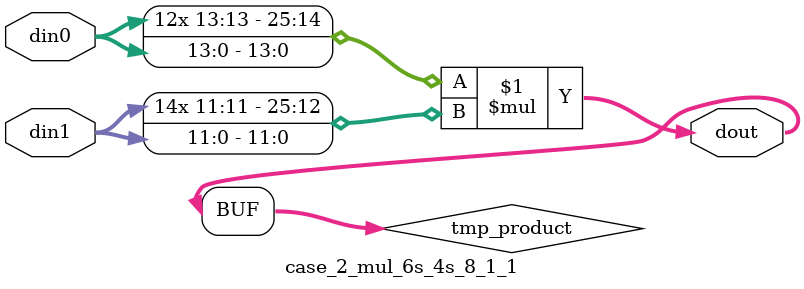
<source format=v>

`timescale 1 ns / 1 ps

 module case_2_mul_6s_4s_8_1_1(din0, din1, dout);
parameter ID = 1;
parameter NUM_STAGE = 0;
parameter din0_WIDTH = 14;
parameter din1_WIDTH = 12;
parameter dout_WIDTH = 26;

input [din0_WIDTH - 1 : 0] din0; 
input [din1_WIDTH - 1 : 0] din1; 
output [dout_WIDTH - 1 : 0] dout;

wire signed [dout_WIDTH - 1 : 0] tmp_product;



























assign tmp_product = $signed(din0) * $signed(din1);








assign dout = tmp_product;





















endmodule

</source>
